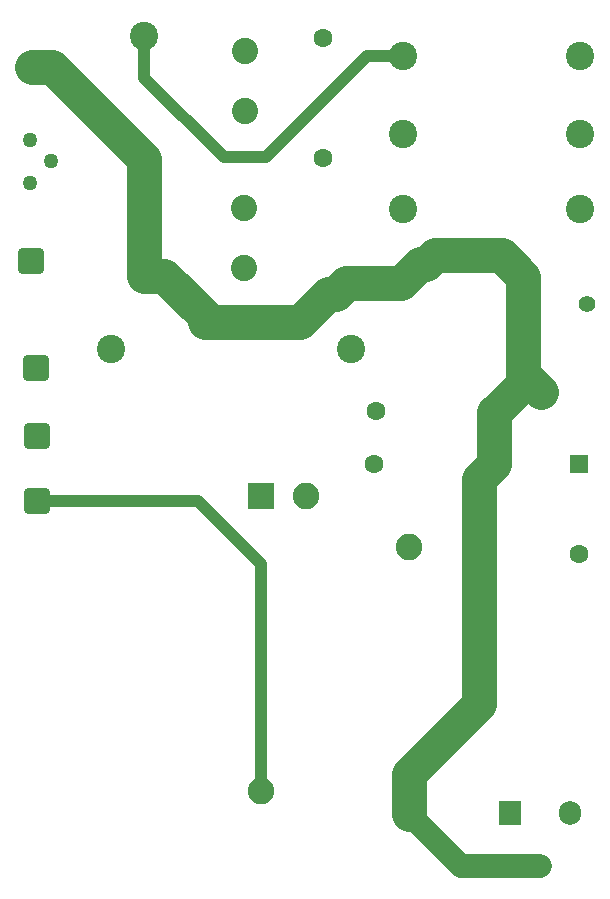
<source format=gbr>
%TF.GenerationSoftware,KiCad,Pcbnew,9.0.7*%
%TF.CreationDate,2026-02-02T12:57:01-08:00*%
%TF.ProjectId,foot-pedal-PCB,666f6f74-2d70-4656-9461-6c2d5043422e,rev?*%
%TF.SameCoordinates,Original*%
%TF.FileFunction,Copper,L3,Inr*%
%TF.FilePolarity,Positive*%
%FSLAX46Y46*%
G04 Gerber Fmt 4.6, Leading zero omitted, Abs format (unit mm)*
G04 Created by KiCad (PCBNEW 9.0.7) date 2026-02-02 12:57:01*
%MOMM*%
%LPD*%
G01*
G04 APERTURE LIST*
G04 Aperture macros list*
%AMRoundRect*
0 Rectangle with rounded corners*
0 $1 Rounding radius*
0 $2 $3 $4 $5 $6 $7 $8 $9 X,Y pos of 4 corners*
0 Add a 4 corners polygon primitive as box body*
4,1,4,$2,$3,$4,$5,$6,$7,$8,$9,$2,$3,0*
0 Add four circle primitives for the rounded corners*
1,1,$1+$1,$2,$3*
1,1,$1+$1,$4,$5*
1,1,$1+$1,$6,$7*
1,1,$1+$1,$8,$9*
0 Add four rect primitives between the rounded corners*
20,1,$1+$1,$2,$3,$4,$5,0*
20,1,$1+$1,$4,$5,$6,$7,0*
20,1,$1+$1,$6,$7,$8,$9,0*
20,1,$1+$1,$8,$9,$2,$3,0*%
G04 Aperture macros list end*
%TA.AperFunction,ComponentPad*%
%ADD10R,1.905000X2.000000*%
%TD*%
%TA.AperFunction,ComponentPad*%
%ADD11O,1.905000X2.000000*%
%TD*%
%TA.AperFunction,ComponentPad*%
%ADD12C,1.400000*%
%TD*%
%TA.AperFunction,ComponentPad*%
%ADD13C,1.600000*%
%TD*%
%TA.AperFunction,ComponentPad*%
%ADD14C,2.400000*%
%TD*%
%TA.AperFunction,ComponentPad*%
%ADD15RoundRect,0.250000X-0.825000X-0.825000X0.825000X-0.825000X0.825000X0.825000X-0.825000X0.825000X0*%
%TD*%
%TA.AperFunction,ComponentPad*%
%ADD16R,2.250000X2.250000*%
%TD*%
%TA.AperFunction,ComponentPad*%
%ADD17C,2.250000*%
%TD*%
%TA.AperFunction,ComponentPad*%
%ADD18C,1.270000*%
%TD*%
%TA.AperFunction,ComponentPad*%
%ADD19C,2.220000*%
%TD*%
%TA.AperFunction,ComponentPad*%
%ADD20RoundRect,0.250000X-0.550000X0.550000X-0.550000X-0.550000X0.550000X-0.550000X0.550000X0.550000X0*%
%TD*%
%TA.AperFunction,Conductor*%
%ADD21C,3.000000*%
%TD*%
%TA.AperFunction,Conductor*%
%ADD22C,1.000000*%
%TD*%
%TA.AperFunction,Conductor*%
%ADD23C,2.000000*%
%TD*%
G04 APERTURE END LIST*
D10*
%TO.N,GND*%
%TO.C,Q1*%
X170810000Y-118480000D03*
D11*
%TO.N,AC*%
X173360000Y-122930000D03*
%TO.N,Net-(D1-A)*%
X175890000Y-118480000D03*
%TD*%
D12*
%TO.N,GND*%
%TO.C,RV3*%
X177400000Y-75350000D03*
%TO.N,AC*%
X173900000Y-82850000D03*
%TD*%
D13*
%TO.N,AC*%
%TO.C,R5*%
X169530000Y-88900000D03*
%TO.N,Net-(R2-Pad2)*%
X159370000Y-88900000D03*
%TD*%
%TO.N,Net-(C1-Pad2)*%
%TO.C,R3*%
X159470000Y-84450000D03*
%TO.N,AC*%
X169630000Y-84450000D03*
%TD*%
D14*
%TO.N,Net-(D1-K)*%
%TO.C,R1*%
X157360000Y-79200000D03*
%TO.N,Net-(C2-Pad2)*%
X137040000Y-79200000D03*
%TD*%
D15*
%TO.N,AC*%
%TO.C,J4*%
X130400000Y-55300000D03*
%TD*%
D16*
%TO.N,GNDD*%
%TO.C,RV1*%
X149800000Y-91600000D03*
D17*
%TO.N,Net-(J6-Pin_1)*%
X153550000Y-91600000D03*
%TO.N,+3.3V*%
X149800000Y-116600000D03*
%TD*%
D15*
%TO.N,GNDD*%
%TO.C,J5*%
X130700000Y-80750000D03*
%TD*%
D14*
%TO.N,GND*%
%TO.C,C2*%
X176800000Y-60950000D03*
%TO.N,Net-(C2-Pad2)*%
X161800000Y-60950000D03*
%TD*%
D18*
%TO.N,Net-(R2-Pad2)*%
%TO.C,RV2*%
X130200000Y-61503949D03*
X131996051Y-63300000D03*
%TO.N,/Res_out*%
X130200000Y-65096051D03*
%TD*%
D17*
%TO.N,AC*%
%TO.C,J8*%
X162300000Y-118550000D03*
%TO.N,Net-(J1-Pad1)*%
X162300000Y-95950000D03*
%TD*%
D19*
%TO.N,Net-(J1-Pad1)*%
%TO.C,J1*%
X148300000Y-72300000D03*
X148300000Y-67220000D03*
%TD*%
D14*
%TO.N,AC*%
%TO.C,R4*%
X139850000Y-72960000D03*
%TO.N,Net-(C3-Pad2)*%
X139850000Y-52640000D03*
%TD*%
%TO.N,GND*%
%TO.C,C3*%
X176800000Y-54350000D03*
%TO.N,Net-(C3-Pad2)*%
X161800000Y-54350000D03*
%TD*%
D20*
%TO.N,Net-(D1-K)*%
%TO.C,D1*%
X176650000Y-88940000D03*
D13*
%TO.N,Net-(D1-A)*%
X176650000Y-96560000D03*
%TD*%
D15*
%TO.N,Net-(J6-Pin_1)*%
%TO.C,J6*%
X130800000Y-86550000D03*
%TD*%
D14*
%TO.N,GND*%
%TO.C,C1*%
X176800000Y-67300000D03*
%TO.N,Net-(C1-Pad2)*%
X161800000Y-67300000D03*
%TD*%
D13*
%TO.N,Net-(C2-Pad2)*%
%TO.C,R2*%
X155050000Y-63030000D03*
%TO.N,Net-(R2-Pad2)*%
X155050000Y-52870000D03*
%TD*%
D19*
%TO.N,GND*%
%TO.C,J2*%
X148400000Y-59000000D03*
X148400000Y-53920000D03*
%TD*%
D15*
%TO.N,/Res_out*%
%TO.C,J3*%
X130296051Y-71729301D03*
%TD*%
%TO.N,+3.3V*%
%TO.C,J7*%
X130800000Y-92070000D03*
%TD*%
D21*
%TO.N,AC*%
X171950000Y-73050000D02*
X171950000Y-81350000D01*
X170150000Y-71250000D02*
X171950000Y-73050000D01*
X164498218Y-71250000D02*
X170150000Y-71250000D01*
X163747218Y-72001000D02*
X164498218Y-71250000D01*
X163249000Y-72001000D02*
X163747218Y-72001000D01*
X161650000Y-73600000D02*
X163249000Y-72001000D01*
X155412782Y-74499000D02*
X156101000Y-74499000D01*
X157000000Y-73600000D02*
X161650000Y-73600000D01*
X153061782Y-76850000D02*
X155412782Y-74499000D01*
X150270939Y-76850000D02*
X153061782Y-76850000D01*
X146390061Y-76911000D02*
X150209939Y-76911000D01*
X156101000Y-74499000D02*
X157000000Y-73600000D01*
X146329061Y-76850000D02*
X146390061Y-76911000D01*
X145000000Y-76850000D02*
X146329061Y-76850000D01*
X145000000Y-76412944D02*
X145000000Y-76850000D01*
X139850000Y-72960000D02*
X141547056Y-72960000D01*
X141547056Y-72960000D02*
X145000000Y-76412944D01*
X150209939Y-76911000D02*
X150270939Y-76850000D01*
D22*
%TO.N,Net-(C3-Pad2)*%
X158750000Y-54350000D02*
X161800000Y-54350000D01*
X150150000Y-62950000D02*
X158750000Y-54350000D01*
X146608268Y-62950000D02*
X150150000Y-62950000D01*
X139850000Y-52640000D02*
X139850000Y-56191732D01*
X139850000Y-56191732D02*
X146608268Y-62950000D01*
D21*
%TO.N,AC*%
X139850000Y-63100000D02*
X139850000Y-72960000D01*
X132050000Y-55300000D02*
X139850000Y-63100000D01*
X130400000Y-55300000D02*
X132050000Y-55300000D01*
D23*
X166680000Y-122930000D02*
X162300000Y-118550000D01*
X173360000Y-122930000D02*
X166680000Y-122930000D01*
D21*
X162300000Y-115200000D02*
X162300000Y-118550000D01*
X168250000Y-109250000D02*
X162300000Y-115200000D01*
X168250000Y-90180000D02*
X168250000Y-109250000D01*
X169530000Y-88900000D02*
X168250000Y-90180000D01*
X169530000Y-84550000D02*
X169630000Y-84450000D01*
X169530000Y-88900000D02*
X169530000Y-84550000D01*
X169630000Y-84450000D02*
X171950000Y-82130000D01*
X171950000Y-81350000D02*
X173450000Y-82850000D01*
X171950000Y-82130000D02*
X171950000Y-81350000D01*
D22*
%TO.N,+3.3V*%
X149800000Y-97400000D02*
X149800000Y-116600000D01*
X144470000Y-92070000D02*
X149800000Y-97400000D01*
X130800000Y-92070000D02*
X144470000Y-92070000D01*
%TD*%
M02*

</source>
